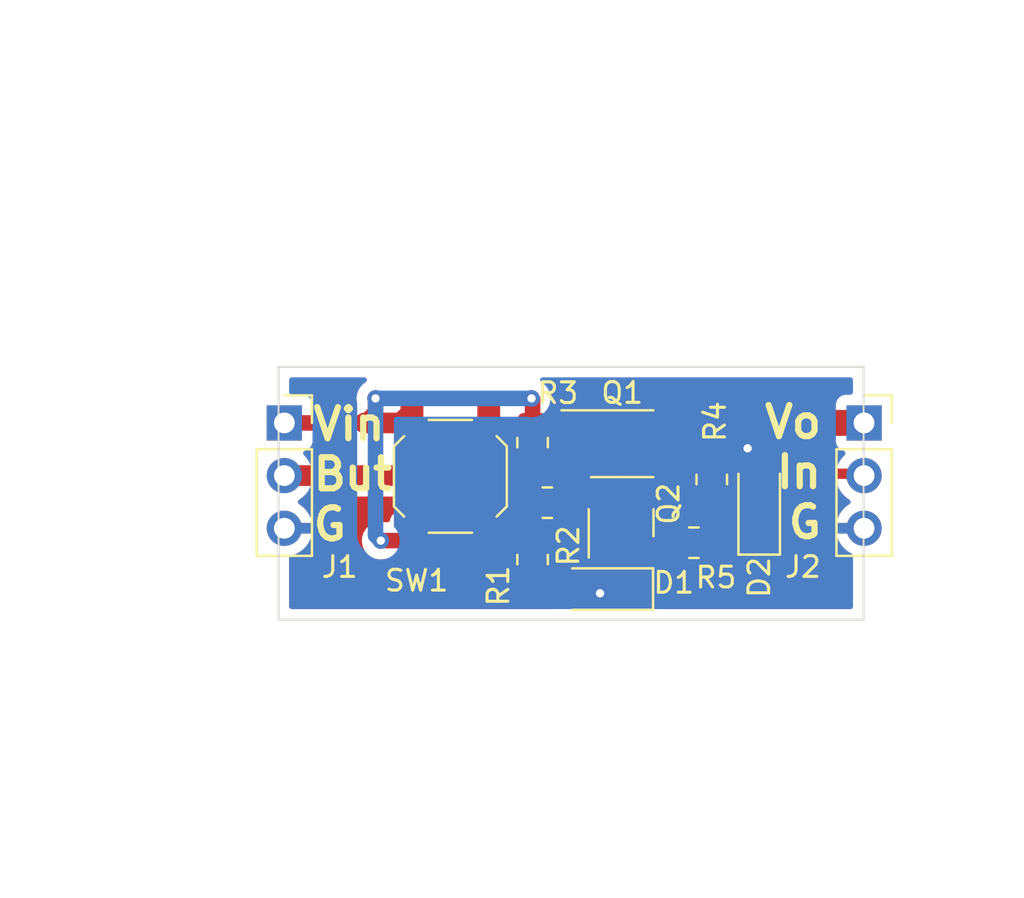
<source format=kicad_pcb>
(kicad_pcb (version 20211014) (generator pcbnew)
  (layers (0 "F.Cu" signal) (31 "B.Cu" signal) (34 "B.Paste" user) (35 "F.Paste" user) (36 "B.SilkS" user "B.Silkscreen") (37 "F.SilkS" user "F.Silkscreen") (38 "B.Mask" user) (39 "F.Mask" user) (44 "Edge.Cuts" user))
  (net 0 "")
  (net 1 "Net-(D1-Pad1)")
  (net 2 "Net-(D1-Pad2)")
  (net 3 "Net-(D2-Pad1)")
  (net 4 "/In")
  (net 5 "GND")
  (net 6 "/Button")
  (net 7 "Vin")
  (net 8 "Vout")
  (net 9 "Net-(Q1-Pad4)")
  (footprint "Package_SO:MSOP-8_3x3mm_P0.65mm" (layer "F.Cu") (at 133.1218 79.741)
    (fp_text reference "Q1" (at 0 -2.45) (layer "F.SilkS"))
    (fp_text value "IRF7606PBF")
    (fp_line (start 0 1.61) (end 1.5 1.61) (layer "F.SilkS") (width 0.12))
    (fp_line (start 0 1.61) (end -1.5 1.61) (layer "F.SilkS") (width 0.12))
    (fp_line (start 0 -1.61) (end -2.925 -1.61) (layer "F.SilkS") (width 0.12))
    (fp_line (start 0 -1.61) (end 1.5 -1.61) (layer "F.SilkS") (width 0.12))
    (pad "1" smd roundrect locked (at -2.1125 -0.975) (size 1.625 0.4) (layers "F.Cu" "F.Paste" "F.Mask") (net 7 "Vin"))
    (pad "2" smd roundrect locked (at -2.1125 -0.325) (size 1.625 0.4) (layers "F.Cu" "F.Paste" "F.Mask") (net 7 "Vin"))
    (pad "3" smd roundrect locked (at -2.1125 0.325) (size 1.625 0.4) (layers "F.Cu" "F.Paste" "F.Mask") (net 7 "Vin"))
    (pad "4" smd roundrect locked (at -2.1125 0.975) (size 1.625 0.4) (layers "F.Cu" "F.Paste" "F.Mask") (net 9 "Net-(Q1-Pad4)"))
    (pad "5" smd roundrect locked (at 2.1125 0.975) (size 1.625 0.4) (layers "F.Cu" "F.Paste" "F.Mask") (net 8 "Vout"))
    (pad "6" smd roundrect locked (at 2.1125 0.325) (size 1.625 0.4) (layers "F.Cu" "F.Paste" "F.Mask") (net 8 "Vout"))
    (pad "7" smd roundrect locked (at 2.1125 -0.325) (size 1.625 0.4) (layers "F.Cu" "F.Paste" "F.Mask") (net 8 "Vout"))
    (pad "8" smd roundrect locked (at 2.1125 -0.975) (size 1.625 0.4) (layers "F.Cu" "F.Paste" "F.Mask") (net 8 "Vout"))
  )
  (footprint "Diode_SMD:D_SOD-123" (layer "F.Cu") (at 132.3598 86.7514 180)
    (fp_text reference "D1" (at -3.2512 0.3048) (layer "F.SilkS"))
    (fp_text value "1N5819")
    (fp_line (start -2.25 -1) (end 1.65 -1) (layer "F.SilkS") (width 0.12))
    (fp_line (start -2.25 -1) (end -2.25 1) (layer "F.SilkS") (width 0.12))
    (fp_line (start -2.25 1) (end 1.65 1) (layer "F.SilkS") (width 0.12))
    (pad "1" smd rect locked (at -1.65 0 180) (size 0.9 1.2) (layers "F.Cu" "F.Paste" "F.Mask") (net 1 "Net-(D1-Pad1)"))
    (pad "2" smd rect locked (at 1.65 0 180) (size 0.9 1.2) (layers "F.Cu" "F.Paste" "F.Mask") (net 2 "Net-(D1-Pad2)"))
  )
  (footprint "Package_TO_SOT_SMD:SOT-23" (layer "F.Cu") (at 133.071 83.551 90)
    (fp_text reference "Q2" (at 0.9144 2.286 270) (layer "F.SilkS"))
    (fp_text value "2N3904")
    (fp_line (start 0 -1.56) (end -1.675 -1.56) (layer "F.SilkS") (width 0.12))
    (fp_line (start 0 1.56) (end -0.65 1.56) (layer "F.SilkS") (width 0.12))
    (fp_line (start 0 1.56) (end 0.65 1.56) (layer "F.SilkS") (width 0.12))
    (fp_line (start 0 -1.56) (end 0.65 -1.56) (layer "F.SilkS") (width 0.12))
    (pad "1" smd roundrect locked (at -0.9375 -0.95 90) (size 1.475 0.6) (layers "F.Cu" "F.Paste" "F.Mask") (net 5 "GND"))
    (pad "2" smd roundrect locked (at -0.9375 0.95 90) (size 1.475 0.6) (layers "F.Cu" "F.Paste" "F.Mask") (net 1 "Net-(D1-Pad1)"))
    (pad "3" smd roundrect locked (at 0.9375 0 90) (size 1.475 0.6) (layers "F.Cu" "F.Paste" "F.Mask") (net 9 "Net-(Q1-Pad4)"))
  )
  (footprint "Resistor_SMD:R_0805_2012Metric" (layer "F.Cu") (at 136.5762 84.5162)
    (fp_text reference "R5" (at 1.0668 1.6764) (layer "F.SilkS"))
    (fp_text value "220")
    (fp_line (start -0.227064 0.735) (end 0.227064 0.735) (layer "F.SilkS") (width 0.12))
    (fp_line (start -0.227064 -0.735) (end 0.227064 -0.735) (layer "F.SilkS") (width 0.12))
    (pad "1" smd roundrect locked (at -0.9125 0) (size 1.025 1.4) (layers "F.Cu" "F.Paste" "F.Mask") (roundrect_rratio 0.243902) (net 1 "Net-(D1-Pad1)"))
    (pad "2" smd roundrect locked (at 0.9125 0) (size 1.025 1.4) (layers "F.Cu" "F.Paste" "F.Mask") (roundrect_rratio 0.243902) (net 3 "Net-(D2-Pad1)"))
  )
  (footprint "Diode_SMD:D_SOD-123" (layer "F.Cu") (at 139.7258 82.8398 90)
    (fp_text reference "D2" (at -3.3528 0 90) (layer "F.SilkS"))
    (fp_text value "1N5819")
    (fp_line (start -2.25 -1) (end 1.65 -1) (layer "F.SilkS") (width 0.12))
    (fp_line (start -2.25 1) (end 1.65 1) (layer "F.SilkS") (width 0.12))
    (fp_line (start -2.25 -1) (end -2.25 1) (layer "F.SilkS") (width 0.12))
    (pad "1" smd rect locked (at -1.65 0 90) (size 0.9 1.2) (layers "F.Cu" "F.Paste" "F.Mask") (net 3 "Net-(D2-Pad1)"))
    (pad "2" smd rect locked (at 1.65 0 90) (size 0.9 1.2) (layers "F.Cu" "F.Paste" "F.Mask") (net 4 "/In"))
  )
  (footprint "Resistor_SMD:R_0805_2012Metric" (layer "F.Cu") (at 128.8038 79.6902 -90)
    (fp_text reference "R3" (at -2.3876 -1.2192 180) (layer "F.SilkS"))
    (fp_text value "100k")
    (fp_line (start -0.227064 -0.735) (end 0.227064 -0.735) (layer "F.SilkS") (width 0.12))
    (fp_line (start -0.227064 0.735) (end 0.227064 0.735) (layer "F.SilkS") (width 0.12))
    (pad "1" smd roundrect locked (at -0.9125 0 270) (size 1.025 1.4) (layers "F.Cu" "F.Paste" "F.Mask") (roundrect_rratio 0.243902) (net 7 "Vin"))
    (pad "2" smd roundrect locked (at 0.9125 0 270) (size 1.025 1.4) (layers "F.Cu" "F.Paste" "F.Mask") (roundrect_rratio 0.243902) (net 9 "Net-(Q1-Pad4)"))
  )
  (footprint "Button_Switch_SMD:SW_SPST_SKQG_WithoutStem" (layer "F.Cu") (at 124.8414 81.3158 -90)
    (fp_text reference "SW1" (at 5.0292 1.6256 180) (layer "F.SilkS"))
    (fp_text value "SW_SPST")
    (fp_line (start 1.45 -2.72) (end 1.94 -2.23) (layer "F.SilkS") (width 0.12))
    (fp_line (start -1.45 -2.72) (end 1.45 -2.72) (layer "F.SilkS") (width 0.12))
    (fp_line (start -1.45 -2.72) (end -1.94 -2.23) (layer "F.SilkS") (width 0.12))
    (fp_line (start -1.45 2.72) (end 1.45 2.72) (layer "F.SilkS") (width 0.12))
    (fp_line (start -1.45 2.72) (end -1.94 2.23) (layer "F.SilkS") (width 0.12))
    (fp_line (start 1.45 2.72) (end 1.94 2.23) (layer "F.SilkS") (width 0.12))
    (fp_line (start -2.72 1.04) (end -2.72 -1.04) (layer "F.SilkS") (width 0.12))
    (fp_line (start 2.72 1.04) (end 2.72 -1.04) (layer "F.SilkS") (width 0.12))
    (pad "1" smd rect locked (at -3.1 -1.85 270) (size 1.8 1.1) (layers "F.Cu" "F.Paste" "F.Mask") (net 6 "/Button"))
    (pad "1" smd rect locked (at 3.1 -1.85 270) (size 1.8 1.1) (layers "F.Cu" "F.Paste" "F.Mask") (net 6 "/Button"))
    (pad "2" smd rect locked (at 3.1 1.85 270) (size 1.8 1.1) (layers "F.Cu" "F.Paste" "F.Mask") (net 7 "Vin"))
    (pad "2" smd rect locked (at -3.1 1.85 270) (size 1.8 1.1) (layers "F.Cu" "F.Paste" "F.Mask") (net 7 "Vin"))
  )
  (footprint "Connector_PinSocket_2.54mm:PinSocket_1x03_P2.54mm_Vertical" (layer "F.Cu") (at 116.84 78.74)
    (fp_text reference "J1" (at 2.6674 6.9446) (layer "F.SilkS"))
    (fp_text value "Conn_01x04_Female")
    (fp_line (start 1.33 -1.33) (end 1.33 0) (layer "F.SilkS") (width 0.12))
    (fp_line (start -1.33 1.27) (end 1.33 1.27) (layer "F.SilkS") (width 0.12))
    (fp_line (start -1.33 6.41) (end 1.33 6.41) (layer "F.SilkS") (width 0.12))
    (fp_line (start 0 -1.33) (end 1.33 -1.33) (layer "F.SilkS") (width 0.12))
    (fp_line (start -1.33 1.27) (end -1.33 6.41) (layer "F.SilkS") (width 0.12))
    (fp_line (start 1.33 1.27) (end 1.33 6.41) (layer "F.SilkS") (width 0.12))
    (pad "1" thru_hole rect locked (at 0 0) (size 1.7 1.7) (drill 1) (layers *.Cu *.Mask) (net 7 "Vin"))
    (pad "2" thru_hole oval locked (at 0 2.54) (size 1.7 1.7) (drill 1) (layers *.Cu *.Mask) (net 6 "/Button"))
    (pad "3" thru_hole oval locked (at 0 5.08) (size 1.7 1.7) (drill 1) (layers *.Cu *.Mask) (net 5 "GND"))
  )
  (footprint "Resistor_SMD:R_0805_2012Metric" (layer "F.Cu") (at 128.8038 85.329 90)
    (fp_text reference "R1" (at -1.27 -1.65 90) (layer "F.SilkS"))
    (fp_text value "220k")
    (fp_line (start -0.227064 0.735) (end 0.227064 0.735) (layer "F.SilkS") (width 0.12))
    (fp_line (start -0.227064 -0.735) (end 0.227064 -0.735) (layer "F.SilkS") (width 0.12))
    (pad "1" smd roundrect locked (at -0.9125 0 90) (size 1.025 1.4) (layers "F.Cu" "F.Paste" "F.Mask") (roundrect_rratio 0.243902) (net 5 "GND"))
    (pad "2" smd roundrect locked (at 0.9125 0 90) (size 1.025 1.4) (layers "F.Cu" "F.Paste" "F.Mask") (roundrect_rratio 0.243902) (net 6 "/Button"))
  )
  (footprint "Connector_PinSocket_2.54mm:PinSocket_1x03_P2.54mm_Vertical" (layer "F.Cu") (at 144.78 78.74)
    (fp_text reference "J2" (at -2.9464 6.9446) (layer "F.SilkS"))
    (fp_text value "Conn_01x04_Female")
    (fp_line (start -1.33 6.41) (end 1.33 6.41) (layer "F.SilkS") (width 0.12))
    (fp_line (start 1.33 1.27) (end 1.33 6.41) (layer "F.SilkS") (width 0.12))
    (fp_line (start 1.33 -1.33) (end 1.33 0) (layer "F.SilkS") (width 0.12))
    (fp_line (start -1.33 1.27) (end 1.33 1.27) (layer "F.SilkS") (width 0.12))
    (fp_line (start -1.33 1.27) (end -1.33 6.41) (layer "F.SilkS") (width 0.12))
    (fp_line (start 0 -1.33) (end 1.33 -1.33) (layer "F.SilkS") (width 0.12))
    (pad "1" thru_hole rect locked (at 0 0) (size 1.7 1.7) (drill 1) (layers *.Cu *.Mask) (net 8 "Vout"))
    (pad "2" thru_hole oval locked (at 0 2.54) (size 1.7 1.7) (drill 1) (layers *.Cu *.Mask) (net 4 "/In"))
    (pad "3" thru_hole oval locked (at 0 5.08) (size 1.7 1.7) (drill 1) (layers *.Cu *.Mask) (net 5 "GND"))
  )
  (footprint "Resistor_SMD:R_0805_2012Metric" (layer "F.Cu") (at 129.515 82.5858)
    (fp_text reference "R2" (at 1.016 2.0828 90) (layer "F.SilkS"))
    (fp_text value "10k")
    (fp_line (start -0.227064 0.735) (end 0.227064 0.735) (layer "F.SilkS") (width 0.12))
    (fp_line (start -0.227064 -0.735) (end 0.227064 -0.735) (layer "F.SilkS") (width 0.12))
    (pad "1" smd roundrect locked (at -0.9125 0) (size 1.025 1.4) (layers "F.Cu" "F.Paste" "F.Mask") (roundrect_rratio 0.243902) (net 6 "/Button"))
    (pad "2" smd roundrect locked (at 0.9125 0) (size 1.025 1.4) (layers "F.Cu" "F.Paste" "F.Mask") (roundrect_rratio 0.243902) (net 2 "Net-(D1-Pad2)"))
  )
  (footprint "Resistor_SMD:R_0805_2012Metric" (layer "F.Cu") (at 137.4398 81.4682 90)
    (fp_text reference "R4" (at 2.794 0.1524 90) (layer "F.SilkS"))
    (fp_text value "100k")
    (fp_line (start -0.227064 -0.735) (end 0.227064 -0.735) (layer "F.SilkS") (width 0.12))
    (fp_line (start -0.227064 0.735) (end 0.227064 0.735) (layer "F.SilkS") (width 0.12))
    (pad "1" smd roundrect locked (at -0.9125 0 90) (size 1.025 1.4) (layers "F.Cu" "F.Paste" "F.Mask") (roundrect_rratio 0.243902) (net 1 "Net-(D1-Pad1)"))
    (pad "2" smd roundrect locked (at 0.9125 0 90) (size 1.025 1.4) (layers "F.Cu" "F.Paste" "F.Mask") (roundrect_rratio 0.243902) (net 5 "GND"))
  )
  (gr_rect (start 116.561 76.0326) (end 144.755 88.2246) (layer "Edge.Cuts") (width 0.1) (fill none))
  (gr_text "Vin\nBut\nG" (at 118.085 81.2142) (layer "F.SilkS") (effects (font (size 1.5 1.5) (thickness 0.3)) (justify left)))
  (gr_text "Vo\nIn\nG" (at 142.8754 81.1126) (layer "F.SilkS") (effects (font (size 1.5 1.5) (thickness 0.3)) (justify right)))
  (segment (start 135.6637 84.5162) (end 134.0487 84.5162) (width 0.5) (layer "F.Cu") (net 1))
  (segment (start 135.6637 84.1568) (end 137.4398 82.3807) (width 0.5) (layer "F.Cu") (net 1))
  (segment (start 134.0098 84.4997) (end 134.021 84.4885) (width 0.5) (layer "F.Cu") (net 1))
  (segment (start 134.0098 86.7514) (end 134.0098 84.4997) (width 0.5) (layer "F.Cu") (net 1))
  (segment (start 134.0487 84.5162) (end 134.021 84.4885) (width 0.5) (layer "F.Cu") (net 1))
  (segment (start 135.6637 84.5162) (end 135.6637 84.1568) (width 0.5) (layer "F.Cu") (net 1))
  (segment (start 130.4275 82.5858) (end 130.4275 86.4691) (width 0.5) (layer "F.Cu") (net 2))
  (segment (start 130.4275 86.4691) (end 130.7098 86.7514) (width 0.5) (layer "F.Cu") (net 2))
  (segment (start 137.4887 84.5162) (end 139.6994 84.5162) (width 0.5) (layer "F.Cu") (net 3))
  (segment (start 139.6994 84.5162) (end 139.7258 84.4898) (width 0.5) (layer "F.Cu") (net 3))
  (segment (start 144.5632 81.1898) (end 144.6534 81.28) (width 0.5) (layer "F.Cu") (net 4))
  (segment (start 139.7258 81.1898) (end 144.5632 81.1898) (width 0.5) (layer "F.Cu") (net 4))
  (segment (start 132.121 86.8886) (end 132.055 86.9546) (width 0.5) (layer "F.Cu") (net 5))
  (segment (start 138.5758 80.5557) (end 139.167 79.9645) (width 0.5) (layer "F.Cu") (net 5))
  (segment (start 132.121 84.4885) (end 132.121 86.8886) (width 0.5) (layer "F.Cu") (net 5))
  (segment (start 137.4398 80.5557) (end 138.5758 80.5557) (width 0.5) (layer "F.Cu") (net 5))
  (via (at 132.055 86.9546) (size 0.8) (drill 0.4) (layers "F.Cu" "B.Cu") (net 5))
  (via (at 139.167 79.9645) (size 0.8) (drill 0.4) (layers "F.Cu" "B.Cu") (net 5))
  (segment (start 126.6344 81.28) (end 126.6702 81.3158) (width 1) (layer "F.Cu") (net 6))
  (segment (start 128.6025 82.5858) (end 127.0766 82.5858) (width 1) (layer "F.Cu") (net 6))
  (segment (start 126.6702 81.3158) (end 126.6914 81.2946) (width 1) (layer "F.Cu") (net 6))
  (segment (start 126.6344 81.28) (end 126.6914 81.337) (width 1) (layer "F.Cu") (net 6))
  (segment (start 126.6914 81.337) (end 126.6914 82.2006) (width 1) (layer "F.Cu") (net 6))
  (segment (start 126.6914 82.2006) (end 126.6914 84.4158) (width 1) (layer "F.Cu") (net 6))
  (segment (start 126.6344 81.28) (end 117.06102 81.28) (width 1) (layer "F.Cu") (net 6))
  (segment (start 126.6921 84.4165) (end 126.6914 84.4158) (width 1) (layer "F.Cu") (net 6))
  (segment (start 126.6914 81.2946) (end 126.6914 78.2158) (width 1) (layer "F.Cu") (net 6))
  (segment (start 127.0766 82.5858) (end 126.6914 82.2006) (width 1) (layer "F.Cu") (net 6))
  (segment (start 128.6025 84.2152) (end 128.8038 84.4165) (width 1) (layer "F.Cu") (net 6))
  (segment (start 128.6025 82.5858) (end 128.6025 84.2152) (width 1) (layer "F.Cu") (net 6))
  (segment (start 128.8038 84.4165) (end 126.6921 84.4165) (width 1) (layer "F.Cu") (net 6))
  (segment (start 120.7116 78.74) (end 116.93602 78.74) (width 0.75) (layer "F.Cu") (net 7))
  (segment (start 128.8038 78.7777) (end 130.9976 78.7777) (width 0.75) (layer "F.Cu") (net 7))
  (segment (start 128.8038 77.6074) (end 128.753 77.5566) (width 0.75) (layer "F.Cu") (net 7))
  (segment (start 128.8038 78.7777) (end 128.8038 77.6074) (width 0.75) (layer "F.Cu") (net 7))
  (segment (start 122.4672 78.74) (end 122.9914 78.2158) (width 1) (layer "F.Cu") (net 7))
  (segment (start 131.0093 78.766) (end 131.0093 80.066) (width 0.5) (layer "F.Cu") (net 7))
  (segment (start 121.2346 77.5566) (end 121.2346 78.217) (width 0.75) (layer "F.Cu") (net 7))
  (segment (start 120.7116 78.74) (end 122.4672 78.74) (width 1) (layer "F.Cu") (net 7))
  (segment (start 121.4886 84.4146) (end 122.9902 84.4146) (width 0.75) (layer "F.Cu") (net 7))
  (segment (start 122.9902 84.4146) (end 122.9914 84.4158) (width 0.75) (layer "F.Cu") (net 7))
  (segment (start 130.9976 78.7777) (end 131.0093 78.766) (width 0.75) (layer "F.Cu") (net 7))
  (segment (start 121.2346 78.217) (end 120.7116 78.74) (width 0.75) (layer "F.Cu") (net 7))
  (via (at 128.753 77.5566) (size 0.8) (drill 0.4) (layers "F.Cu" "B.Cu") (net 7))
  (via (at 121.4886 84.4146) (size 0.8) (drill 0.4) (layers "F.Cu" "B.Cu") (net 7))
  (via (at 121.2346 77.5566) (size 0.8) (drill 0.4) (layers "F.Cu" "B.Cu") (net 7))
  (segment (start 128.753 77.5566) (end 121.2346 77.5566) (width 0.75) (layer "B.Cu") (net 7))
  (segment (start 121.2346 77.5566) (end 121.2346 84.1606) (width 0.75) (layer "B.Cu") (net 7))
  (segment (start 121.2346 84.1606) (end 121.4886 84.4146) (width 0.75) (layer "B.Cu") (net 7))
  (segment (start 144.6534 78.74) (end 135.9103 78.74) (width 1.25) (layer "F.Cu") (net 8))
  (segment (start 135.2343 80.716) (end 135.2343 78.766) (width 0.5) (layer "F.Cu") (net 8))
  (segment (start 135.9103 78.74) (end 135.2343 79.416) (width 1.25) (layer "F.Cu") (net 8))
  (segment (start 128.96662 80.76552) (end 128.8038 80.6027) (width 0.5) (layer "F.Cu") (net 9))
  (segment (start 131.22302 80.76552) (end 128.96662 80.76552) (width 0.5) (layer "F.Cu") (net 9))
  (segment (start 133.071 82.6135) (end 131.22302 80.76552) (width 0.5) (layer "F.Cu") (net 9))
  (zone (net 5) (net_name "GND") (layer "F.Cu") (connect_pads (clearance 0.508)) (min_thickness 0.254) (fill yes (thermal_gap 0.508) (thermal_bridge_width 0.508))
    (polygon (pts (xy 146.787 88.9866) (xy 114.021 88.9866) (xy 114.021 74.7626) (xy 146.787 74.7626)))
  )
  (zone (net 5) (net_name "GND") (layer "B.Cu") (connect_pads (clearance 0.508)) (min_thickness 0.254) (fill yes (thermal_gap 0.508) (thermal_bridge_width 0.508))
    (polygon (pts (xy 146.787 88.9866) (xy 114.021 88.9866) (xy 114.021 74.7626) (xy 146.787 74.7626)))
  )
)
</source>
